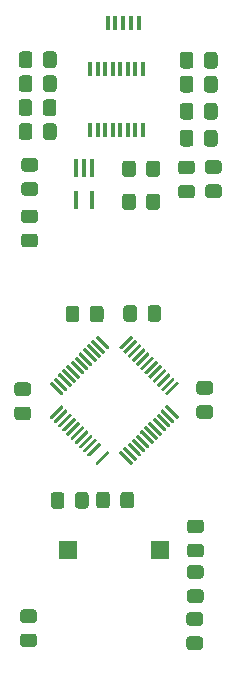
<source format=gbr>
%TF.GenerationSoftware,KiCad,Pcbnew,(5.1.6)-1*%
%TF.CreationDate,2021-02-04T14:06:32+01:00*%
%TF.ProjectId,DIY_Blackpill,4449595f-426c-4616-936b-70696c6c2e6b,rev?*%
%TF.SameCoordinates,Original*%
%TF.FileFunction,Paste,Top*%
%TF.FilePolarity,Positive*%
%FSLAX46Y46*%
G04 Gerber Fmt 4.6, Leading zero omitted, Abs format (unit mm)*
G04 Created by KiCad (PCBNEW (5.1.6)-1) date 2021-02-04 14:06:32*
%MOMM*%
%LPD*%
G01*
G04 APERTURE LIST*
%ADD10R,1.500000X1.500000*%
%ADD11R,0.450000X1.300000*%
%ADD12R,0.400000X1.200000*%
%ADD13R,0.400000X1.500000*%
G04 APERTURE END LIST*
D10*
%TO.C,SW1*%
X68670000Y-85852000D03*
X60870000Y-85852000D03*
%TD*%
%TO.C,C1*%
G36*
G01*
X59884000Y-47962399D02*
X59884000Y-48862401D01*
G75*
G02*
X59634001Y-49112400I-249999J0D01*
G01*
X58983999Y-49112400D01*
G75*
G02*
X58734000Y-48862401I0J249999D01*
G01*
X58734000Y-47962399D01*
G75*
G02*
X58983999Y-47712400I249999J0D01*
G01*
X59634001Y-47712400D01*
G75*
G02*
X59884000Y-47962399I0J-249999D01*
G01*
G37*
G36*
G01*
X57834000Y-47962399D02*
X57834000Y-48862401D01*
G75*
G02*
X57584001Y-49112400I-249999J0D01*
G01*
X56933999Y-49112400D01*
G75*
G02*
X56684000Y-48862401I0J249999D01*
G01*
X56684000Y-47962399D01*
G75*
G02*
X56933999Y-47712400I249999J0D01*
G01*
X57584001Y-47712400D01*
G75*
G02*
X57834000Y-47962399I0J-249999D01*
G01*
G37*
%TD*%
%TO.C,C2*%
G36*
G01*
X72878101Y-74755700D02*
X71978099Y-74755700D01*
G75*
G02*
X71728100Y-74505701I0J249999D01*
G01*
X71728100Y-73855699D01*
G75*
G02*
X71978099Y-73605700I249999J0D01*
G01*
X72878101Y-73605700D01*
G75*
G02*
X73128100Y-73855699I0J-249999D01*
G01*
X73128100Y-74505701D01*
G75*
G02*
X72878101Y-74755700I-249999J0D01*
G01*
G37*
G36*
G01*
X72878101Y-72705700D02*
X71978099Y-72705700D01*
G75*
G02*
X71728100Y-72455701I0J249999D01*
G01*
X71728100Y-71805699D01*
G75*
G02*
X71978099Y-71555700I249999J0D01*
G01*
X72878101Y-71555700D01*
G75*
G02*
X73128100Y-71805699I0J-249999D01*
G01*
X73128100Y-72455701D01*
G75*
G02*
X72878101Y-72705700I-249999J0D01*
G01*
G37*
%TD*%
%TO.C,C3*%
G36*
G01*
X70323800Y-46881201D02*
X70323800Y-45981199D01*
G75*
G02*
X70573799Y-45731200I249999J0D01*
G01*
X71223801Y-45731200D01*
G75*
G02*
X71473800Y-45981199I0J-249999D01*
G01*
X71473800Y-46881201D01*
G75*
G02*
X71223801Y-47131200I-249999J0D01*
G01*
X70573799Y-47131200D01*
G75*
G02*
X70323800Y-46881201I0J249999D01*
G01*
G37*
G36*
G01*
X72373800Y-46881201D02*
X72373800Y-45981199D01*
G75*
G02*
X72623799Y-45731200I249999J0D01*
G01*
X73273801Y-45731200D01*
G75*
G02*
X73523800Y-45981199I0J-249999D01*
G01*
X73523800Y-46881201D01*
G75*
G02*
X73273801Y-47131200I-249999J0D01*
G01*
X72623799Y-47131200D01*
G75*
G02*
X72373800Y-46881201I0J249999D01*
G01*
G37*
%TD*%
%TO.C,C4*%
G36*
G01*
X57852000Y-43898399D02*
X57852000Y-44798401D01*
G75*
G02*
X57602001Y-45048400I-249999J0D01*
G01*
X56951999Y-45048400D01*
G75*
G02*
X56702000Y-44798401I0J249999D01*
G01*
X56702000Y-43898399D01*
G75*
G02*
X56951999Y-43648400I249999J0D01*
G01*
X57602001Y-43648400D01*
G75*
G02*
X57852000Y-43898399I0J-249999D01*
G01*
G37*
G36*
G01*
X59902000Y-43898399D02*
X59902000Y-44798401D01*
G75*
G02*
X59652001Y-45048400I-249999J0D01*
G01*
X59001999Y-45048400D01*
G75*
G02*
X58752000Y-44798401I0J249999D01*
G01*
X58752000Y-43898399D01*
G75*
G02*
X59001999Y-43648400I249999J0D01*
G01*
X59652001Y-43648400D01*
G75*
G02*
X59902000Y-43898399I0J-249999D01*
G01*
G37*
%TD*%
%TO.C,C5*%
G36*
G01*
X72373800Y-51453201D02*
X72373800Y-50553199D01*
G75*
G02*
X72623799Y-50303200I249999J0D01*
G01*
X73273801Y-50303200D01*
G75*
G02*
X73523800Y-50553199I0J-249999D01*
G01*
X73523800Y-51453201D01*
G75*
G02*
X73273801Y-51703200I-249999J0D01*
G01*
X72623799Y-51703200D01*
G75*
G02*
X72373800Y-51453201I0J249999D01*
G01*
G37*
G36*
G01*
X70323800Y-51453201D02*
X70323800Y-50553199D01*
G75*
G02*
X70573799Y-50303200I249999J0D01*
G01*
X71223801Y-50303200D01*
G75*
G02*
X71473800Y-50553199I0J-249999D01*
G01*
X71473800Y-51453201D01*
G75*
G02*
X71223801Y-51703200I-249999J0D01*
G01*
X70573799Y-51703200D01*
G75*
G02*
X70323800Y-51453201I0J249999D01*
G01*
G37*
%TD*%
%TO.C,C6*%
G36*
G01*
X68748600Y-65386799D02*
X68748600Y-66286801D01*
G75*
G02*
X68498601Y-66536800I-249999J0D01*
G01*
X67848599Y-66536800D01*
G75*
G02*
X67598600Y-66286801I0J249999D01*
G01*
X67598600Y-65386799D01*
G75*
G02*
X67848599Y-65136800I249999J0D01*
G01*
X68498601Y-65136800D01*
G75*
G02*
X68748600Y-65386799I0J-249999D01*
G01*
G37*
G36*
G01*
X66698600Y-65386799D02*
X66698600Y-66286801D01*
G75*
G02*
X66448601Y-66536800I-249999J0D01*
G01*
X65798599Y-66536800D01*
G75*
G02*
X65548600Y-66286801I0J249999D01*
G01*
X65548600Y-65386799D01*
G75*
G02*
X65798599Y-65136800I249999J0D01*
G01*
X66448601Y-65136800D01*
G75*
G02*
X66698600Y-65386799I0J-249999D01*
G01*
G37*
%TD*%
%TO.C,C7*%
G36*
G01*
X59902000Y-45930399D02*
X59902000Y-46830401D01*
G75*
G02*
X59652001Y-47080400I-249999J0D01*
G01*
X59001999Y-47080400D01*
G75*
G02*
X58752000Y-46830401I0J249999D01*
G01*
X58752000Y-45930399D01*
G75*
G02*
X59001999Y-45680400I249999J0D01*
G01*
X59652001Y-45680400D01*
G75*
G02*
X59902000Y-45930399I0J-249999D01*
G01*
G37*
G36*
G01*
X57852000Y-45930399D02*
X57852000Y-46830401D01*
G75*
G02*
X57602001Y-47080400I-249999J0D01*
G01*
X56951999Y-47080400D01*
G75*
G02*
X56702000Y-46830401I0J249999D01*
G01*
X56702000Y-45930399D01*
G75*
G02*
X56951999Y-45680400I249999J0D01*
G01*
X57602001Y-45680400D01*
G75*
G02*
X57852000Y-45930399I0J-249999D01*
G01*
G37*
%TD*%
%TO.C,C8*%
G36*
G01*
X57473001Y-74870000D02*
X56572999Y-74870000D01*
G75*
G02*
X56323000Y-74620001I0J249999D01*
G01*
X56323000Y-73969999D01*
G75*
G02*
X56572999Y-73720000I249999J0D01*
G01*
X57473001Y-73720000D01*
G75*
G02*
X57723000Y-73969999I0J-249999D01*
G01*
X57723000Y-74620001D01*
G75*
G02*
X57473001Y-74870000I-249999J0D01*
G01*
G37*
G36*
G01*
X57473001Y-72820000D02*
X56572999Y-72820000D01*
G75*
G02*
X56323000Y-72570001I0J249999D01*
G01*
X56323000Y-71919999D01*
G75*
G02*
X56572999Y-71670000I249999J0D01*
G01*
X57473001Y-71670000D01*
G75*
G02*
X57723000Y-71919999I0J-249999D01*
G01*
X57723000Y-72570001D01*
G75*
G02*
X57473001Y-72820000I-249999J0D01*
G01*
G37*
%TD*%
%TO.C,C9*%
G36*
G01*
X57843000Y-49994399D02*
X57843000Y-50894401D01*
G75*
G02*
X57593001Y-51144400I-249999J0D01*
G01*
X56942999Y-51144400D01*
G75*
G02*
X56693000Y-50894401I0J249999D01*
G01*
X56693000Y-49994399D01*
G75*
G02*
X56942999Y-49744400I249999J0D01*
G01*
X57593001Y-49744400D01*
G75*
G02*
X57843000Y-49994399I0J-249999D01*
G01*
G37*
G36*
G01*
X59893000Y-49994399D02*
X59893000Y-50894401D01*
G75*
G02*
X59643001Y-51144400I-249999J0D01*
G01*
X58992999Y-51144400D01*
G75*
G02*
X58743000Y-50894401I0J249999D01*
G01*
X58743000Y-49994399D01*
G75*
G02*
X58992999Y-49744400I249999J0D01*
G01*
X59643001Y-49744400D01*
G75*
G02*
X59893000Y-49994399I0J-249999D01*
G01*
G37*
%TD*%
%TO.C,C10*%
G36*
G01*
X62721800Y-66337601D02*
X62721800Y-65437599D01*
G75*
G02*
X62971799Y-65187600I249999J0D01*
G01*
X63621801Y-65187600D01*
G75*
G02*
X63871800Y-65437599I0J-249999D01*
G01*
X63871800Y-66337601D01*
G75*
G02*
X63621801Y-66587600I-249999J0D01*
G01*
X62971799Y-66587600D01*
G75*
G02*
X62721800Y-66337601I0J249999D01*
G01*
G37*
G36*
G01*
X60671800Y-66337601D02*
X60671800Y-65437599D01*
G75*
G02*
X60921799Y-65187600I249999J0D01*
G01*
X61571801Y-65187600D01*
G75*
G02*
X61821800Y-65437599I0J-249999D01*
G01*
X61821800Y-66337601D01*
G75*
G02*
X61571801Y-66587600I-249999J0D01*
G01*
X60921799Y-66587600D01*
G75*
G02*
X60671800Y-66337601I0J249999D01*
G01*
G37*
%TD*%
%TO.C,C11*%
G36*
G01*
X66449900Y-81185599D02*
X66449900Y-82085601D01*
G75*
G02*
X66199901Y-82335600I-249999J0D01*
G01*
X65549899Y-82335600D01*
G75*
G02*
X65299900Y-82085601I0J249999D01*
G01*
X65299900Y-81185599D01*
G75*
G02*
X65549899Y-80935600I249999J0D01*
G01*
X66199901Y-80935600D01*
G75*
G02*
X66449900Y-81185599I0J-249999D01*
G01*
G37*
G36*
G01*
X64399900Y-81185599D02*
X64399900Y-82085601D01*
G75*
G02*
X64149901Y-82335600I-249999J0D01*
G01*
X63499899Y-82335600D01*
G75*
G02*
X63249900Y-82085601I0J249999D01*
G01*
X63249900Y-81185599D01*
G75*
G02*
X63499899Y-80935600I249999J0D01*
G01*
X64149901Y-80935600D01*
G75*
G02*
X64399900Y-81185599I0J-249999D01*
G01*
G37*
%TD*%
%TO.C,C12*%
G36*
G01*
X71190699Y-89206600D02*
X72090701Y-89206600D01*
G75*
G02*
X72340700Y-89456599I0J-249999D01*
G01*
X72340700Y-90106601D01*
G75*
G02*
X72090701Y-90356600I-249999J0D01*
G01*
X71190699Y-90356600D01*
G75*
G02*
X70940700Y-90106601I0J249999D01*
G01*
X70940700Y-89456599D01*
G75*
G02*
X71190699Y-89206600I249999J0D01*
G01*
G37*
G36*
G01*
X71190699Y-87156600D02*
X72090701Y-87156600D01*
G75*
G02*
X72340700Y-87406599I0J-249999D01*
G01*
X72340700Y-88056601D01*
G75*
G02*
X72090701Y-88306600I-249999J0D01*
G01*
X71190699Y-88306600D01*
G75*
G02*
X70940700Y-88056601I0J249999D01*
G01*
X70940700Y-87406599D01*
G75*
G02*
X71190699Y-87156600I249999J0D01*
G01*
G37*
%TD*%
%TO.C,C13*%
G36*
G01*
X66597000Y-53143999D02*
X66597000Y-54044001D01*
G75*
G02*
X66347001Y-54294000I-249999J0D01*
G01*
X65696999Y-54294000D01*
G75*
G02*
X65447000Y-54044001I0J249999D01*
G01*
X65447000Y-53143999D01*
G75*
G02*
X65696999Y-52894000I249999J0D01*
G01*
X66347001Y-52894000D01*
G75*
G02*
X66597000Y-53143999I0J-249999D01*
G01*
G37*
G36*
G01*
X68647000Y-53143999D02*
X68647000Y-54044001D01*
G75*
G02*
X68397001Y-54294000I-249999J0D01*
G01*
X67746999Y-54294000D01*
G75*
G02*
X67497000Y-54044001I0J249999D01*
G01*
X67497000Y-53143999D01*
G75*
G02*
X67746999Y-52894000I249999J0D01*
G01*
X68397001Y-52894000D01*
G75*
G02*
X68647000Y-53143999I0J-249999D01*
G01*
G37*
%TD*%
%TO.C,C14*%
G36*
G01*
X72039901Y-92285400D02*
X71139899Y-92285400D01*
G75*
G02*
X70889900Y-92035401I0J249999D01*
G01*
X70889900Y-91385399D01*
G75*
G02*
X71139899Y-91135400I249999J0D01*
G01*
X72039901Y-91135400D01*
G75*
G02*
X72289900Y-91385399I0J-249999D01*
G01*
X72289900Y-92035401D01*
G75*
G02*
X72039901Y-92285400I-249999J0D01*
G01*
G37*
G36*
G01*
X72039901Y-94335400D02*
X71139899Y-94335400D01*
G75*
G02*
X70889900Y-94085401I0J249999D01*
G01*
X70889900Y-93435399D01*
G75*
G02*
X71139899Y-93185400I249999J0D01*
G01*
X72039901Y-93185400D01*
G75*
G02*
X72289900Y-93435399I0J-249999D01*
G01*
X72289900Y-94085401D01*
G75*
G02*
X72039901Y-94335400I-249999J0D01*
G01*
G37*
%TD*%
%TO.C,C15*%
G36*
G01*
X57968301Y-94085100D02*
X57068299Y-94085100D01*
G75*
G02*
X56818300Y-93835101I0J249999D01*
G01*
X56818300Y-93185099D01*
G75*
G02*
X57068299Y-92935100I249999J0D01*
G01*
X57968301Y-92935100D01*
G75*
G02*
X58218300Y-93185099I0J-249999D01*
G01*
X58218300Y-93835101D01*
G75*
G02*
X57968301Y-94085100I-249999J0D01*
G01*
G37*
G36*
G01*
X57968301Y-92035100D02*
X57068299Y-92035100D01*
G75*
G02*
X56818300Y-91785101I0J249999D01*
G01*
X56818300Y-91135099D01*
G75*
G02*
X57068299Y-90885100I249999J0D01*
G01*
X57968301Y-90885100D01*
G75*
G02*
X58218300Y-91135099I0J-249999D01*
G01*
X58218300Y-91785101D01*
G75*
G02*
X57968301Y-92035100I-249999J0D01*
G01*
G37*
%TD*%
%TO.C,C16*%
G36*
G01*
X68647000Y-55937999D02*
X68647000Y-56838001D01*
G75*
G02*
X68397001Y-57088000I-249999J0D01*
G01*
X67746999Y-57088000D01*
G75*
G02*
X67497000Y-56838001I0J249999D01*
G01*
X67497000Y-55937999D01*
G75*
G02*
X67746999Y-55688000I249999J0D01*
G01*
X68397001Y-55688000D01*
G75*
G02*
X68647000Y-55937999I0J-249999D01*
G01*
G37*
G36*
G01*
X66597000Y-55937999D02*
X66597000Y-56838001D01*
G75*
G02*
X66347001Y-57088000I-249999J0D01*
G01*
X65696999Y-57088000D01*
G75*
G02*
X65447000Y-56838001I0J249999D01*
G01*
X65447000Y-55937999D01*
G75*
G02*
X65696999Y-55688000I249999J0D01*
G01*
X66347001Y-55688000D01*
G75*
G02*
X66597000Y-55937999I0J-249999D01*
G01*
G37*
%TD*%
%TO.C,D1*%
G36*
G01*
X57144499Y-59085900D02*
X58044501Y-59085900D01*
G75*
G02*
X58294500Y-59335899I0J-249999D01*
G01*
X58294500Y-59985901D01*
G75*
G02*
X58044501Y-60235900I-249999J0D01*
G01*
X57144499Y-60235900D01*
G75*
G02*
X56894500Y-59985901I0J249999D01*
G01*
X56894500Y-59335899D01*
G75*
G02*
X57144499Y-59085900I249999J0D01*
G01*
G37*
G36*
G01*
X57144499Y-57035900D02*
X58044501Y-57035900D01*
G75*
G02*
X58294500Y-57285899I0J-249999D01*
G01*
X58294500Y-57935901D01*
G75*
G02*
X58044501Y-58185900I-249999J0D01*
G01*
X57144499Y-58185900D01*
G75*
G02*
X56894500Y-57935901I0J249999D01*
G01*
X56894500Y-57285899D01*
G75*
G02*
X57144499Y-57035900I249999J0D01*
G01*
G37*
%TD*%
%TO.C,D2*%
G36*
G01*
X71341401Y-56095700D02*
X70441399Y-56095700D01*
G75*
G02*
X70191400Y-55845701I0J249999D01*
G01*
X70191400Y-55195699D01*
G75*
G02*
X70441399Y-54945700I249999J0D01*
G01*
X71341401Y-54945700D01*
G75*
G02*
X71591400Y-55195699I0J-249999D01*
G01*
X71591400Y-55845701D01*
G75*
G02*
X71341401Y-56095700I-249999J0D01*
G01*
G37*
G36*
G01*
X71341401Y-54045700D02*
X70441399Y-54045700D01*
G75*
G02*
X70191400Y-53795701I0J249999D01*
G01*
X70191400Y-53145699D01*
G75*
G02*
X70441399Y-52895700I249999J0D01*
G01*
X71341401Y-52895700D01*
G75*
G02*
X71591400Y-53145699I0J-249999D01*
G01*
X71591400Y-53795701D01*
G75*
G02*
X71341401Y-54045700I-249999J0D01*
G01*
G37*
%TD*%
D11*
%TO.C,J3*%
X66832000Y-41270000D03*
X66182000Y-41270000D03*
X65532000Y-41270000D03*
X64882000Y-41270000D03*
X64232000Y-41270000D03*
%TD*%
%TO.C,R1*%
G36*
G01*
X73523800Y-43949199D02*
X73523800Y-44849201D01*
G75*
G02*
X73273801Y-45099200I-249999J0D01*
G01*
X72623799Y-45099200D01*
G75*
G02*
X72373800Y-44849201I0J249999D01*
G01*
X72373800Y-43949199D01*
G75*
G02*
X72623799Y-43699200I249999J0D01*
G01*
X73273801Y-43699200D01*
G75*
G02*
X73523800Y-43949199I0J-249999D01*
G01*
G37*
G36*
G01*
X71473800Y-43949199D02*
X71473800Y-44849201D01*
G75*
G02*
X71223801Y-45099200I-249999J0D01*
G01*
X70573799Y-45099200D01*
G75*
G02*
X70323800Y-44849201I0J249999D01*
G01*
X70323800Y-43949199D01*
G75*
G02*
X70573799Y-43699200I249999J0D01*
G01*
X71223801Y-43699200D01*
G75*
G02*
X71473800Y-43949199I0J-249999D01*
G01*
G37*
%TD*%
%TO.C,R2*%
G36*
G01*
X71482800Y-48267199D02*
X71482800Y-49167201D01*
G75*
G02*
X71232801Y-49417200I-249999J0D01*
G01*
X70582799Y-49417200D01*
G75*
G02*
X70332800Y-49167201I0J249999D01*
G01*
X70332800Y-48267199D01*
G75*
G02*
X70582799Y-48017200I249999J0D01*
G01*
X71232801Y-48017200D01*
G75*
G02*
X71482800Y-48267199I0J-249999D01*
G01*
G37*
G36*
G01*
X73532800Y-48267199D02*
X73532800Y-49167201D01*
G75*
G02*
X73282801Y-49417200I-249999J0D01*
G01*
X72632799Y-49417200D01*
G75*
G02*
X72382800Y-49167201I0J249999D01*
G01*
X72382800Y-48267199D01*
G75*
G02*
X72632799Y-48017200I249999J0D01*
G01*
X73282801Y-48017200D01*
G75*
G02*
X73532800Y-48267199I0J-249999D01*
G01*
G37*
%TD*%
%TO.C,R3*%
G36*
G01*
X57169899Y-52679800D02*
X58069901Y-52679800D01*
G75*
G02*
X58319900Y-52929799I0J-249999D01*
G01*
X58319900Y-53579801D01*
G75*
G02*
X58069901Y-53829800I-249999J0D01*
G01*
X57169899Y-53829800D01*
G75*
G02*
X56919900Y-53579801I0J249999D01*
G01*
X56919900Y-52929799D01*
G75*
G02*
X57169899Y-52679800I249999J0D01*
G01*
G37*
G36*
G01*
X57169899Y-54729800D02*
X58069901Y-54729800D01*
G75*
G02*
X58319900Y-54979799I0J-249999D01*
G01*
X58319900Y-55629801D01*
G75*
G02*
X58069901Y-55879800I-249999J0D01*
G01*
X57169899Y-55879800D01*
G75*
G02*
X56919900Y-55629801I0J249999D01*
G01*
X56919900Y-54979799D01*
G75*
G02*
X57169899Y-54729800I249999J0D01*
G01*
G37*
%TD*%
%TO.C,R4*%
G36*
G01*
X72727399Y-54911300D02*
X73627401Y-54911300D01*
G75*
G02*
X73877400Y-55161299I0J-249999D01*
G01*
X73877400Y-55811301D01*
G75*
G02*
X73627401Y-56061300I-249999J0D01*
G01*
X72727399Y-56061300D01*
G75*
G02*
X72477400Y-55811301I0J249999D01*
G01*
X72477400Y-55161299D01*
G75*
G02*
X72727399Y-54911300I249999J0D01*
G01*
G37*
G36*
G01*
X72727399Y-52861300D02*
X73627401Y-52861300D01*
G75*
G02*
X73877400Y-53111299I0J-249999D01*
G01*
X73877400Y-53761301D01*
G75*
G02*
X73627401Y-54011300I-249999J0D01*
G01*
X72727399Y-54011300D01*
G75*
G02*
X72477400Y-53761301I0J249999D01*
G01*
X72477400Y-53111299D01*
G75*
G02*
X72727399Y-52861300I249999J0D01*
G01*
G37*
%TD*%
%TO.C,R5*%
G36*
G01*
X72103401Y-86490500D02*
X71203399Y-86490500D01*
G75*
G02*
X70953400Y-86240501I0J249999D01*
G01*
X70953400Y-85590499D01*
G75*
G02*
X71203399Y-85340500I249999J0D01*
G01*
X72103401Y-85340500D01*
G75*
G02*
X72353400Y-85590499I0J-249999D01*
G01*
X72353400Y-86240501D01*
G75*
G02*
X72103401Y-86490500I-249999J0D01*
G01*
G37*
G36*
G01*
X72103401Y-84440500D02*
X71203399Y-84440500D01*
G75*
G02*
X70953400Y-84190501I0J249999D01*
G01*
X70953400Y-83540499D01*
G75*
G02*
X71203399Y-83290500I249999J0D01*
G01*
X72103401Y-83290500D01*
G75*
G02*
X72353400Y-83540499I0J-249999D01*
G01*
X72353400Y-84190501D01*
G75*
G02*
X72103401Y-84440500I-249999J0D01*
G01*
G37*
%TD*%
%TO.C,R6*%
G36*
G01*
X61457100Y-82111001D02*
X61457100Y-81210999D01*
G75*
G02*
X61707099Y-80961000I249999J0D01*
G01*
X62357101Y-80961000D01*
G75*
G02*
X62607100Y-81210999I0J-249999D01*
G01*
X62607100Y-82111001D01*
G75*
G02*
X62357101Y-82361000I-249999J0D01*
G01*
X61707099Y-82361000D01*
G75*
G02*
X61457100Y-82111001I0J249999D01*
G01*
G37*
G36*
G01*
X59407100Y-82111001D02*
X59407100Y-81210999D01*
G75*
G02*
X59657099Y-80961000I249999J0D01*
G01*
X60307101Y-80961000D01*
G75*
G02*
X60557100Y-81210999I0J-249999D01*
G01*
X60557100Y-82111001D01*
G75*
G02*
X60307101Y-82361000I-249999J0D01*
G01*
X59657099Y-82361000D01*
G75*
G02*
X59407100Y-82111001I0J249999D01*
G01*
G37*
%TD*%
%TO.C,U1*%
G36*
G01*
X65194264Y-68664516D02*
X66131180Y-67727600D01*
G75*
G02*
X66237246Y-67727600I53033J-53033D01*
G01*
X66343312Y-67833666D01*
G75*
G02*
X66343312Y-67939732I-53033J-53033D01*
G01*
X65406396Y-68876648D01*
G75*
G02*
X65300330Y-68876648I-53033J53033D01*
G01*
X65194264Y-68770582D01*
G75*
G02*
X65194264Y-68664516I53033J53033D01*
G01*
G37*
G36*
G01*
X65547818Y-69018070D02*
X66484734Y-68081154D01*
G75*
G02*
X66590800Y-68081154I53033J-53033D01*
G01*
X66696866Y-68187220D01*
G75*
G02*
X66696866Y-68293286I-53033J-53033D01*
G01*
X65759950Y-69230202D01*
G75*
G02*
X65653884Y-69230202I-53033J53033D01*
G01*
X65547818Y-69124136D01*
G75*
G02*
X65547818Y-69018070I53033J53033D01*
G01*
G37*
G36*
G01*
X65901371Y-69371623D02*
X66838287Y-68434707D01*
G75*
G02*
X66944353Y-68434707I53033J-53033D01*
G01*
X67050419Y-68540773D01*
G75*
G02*
X67050419Y-68646839I-53033J-53033D01*
G01*
X66113503Y-69583755D01*
G75*
G02*
X66007437Y-69583755I-53033J53033D01*
G01*
X65901371Y-69477689D01*
G75*
G02*
X65901371Y-69371623I53033J53033D01*
G01*
G37*
G36*
G01*
X66254925Y-69725177D02*
X67191841Y-68788261D01*
G75*
G02*
X67297907Y-68788261I53033J-53033D01*
G01*
X67403973Y-68894327D01*
G75*
G02*
X67403973Y-69000393I-53033J-53033D01*
G01*
X66467057Y-69937309D01*
G75*
G02*
X66360991Y-69937309I-53033J53033D01*
G01*
X66254925Y-69831243D01*
G75*
G02*
X66254925Y-69725177I53033J53033D01*
G01*
G37*
G36*
G01*
X66608478Y-70078730D02*
X67545394Y-69141814D01*
G75*
G02*
X67651460Y-69141814I53033J-53033D01*
G01*
X67757526Y-69247880D01*
G75*
G02*
X67757526Y-69353946I-53033J-53033D01*
G01*
X66820610Y-70290862D01*
G75*
G02*
X66714544Y-70290862I-53033J53033D01*
G01*
X66608478Y-70184796D01*
G75*
G02*
X66608478Y-70078730I53033J53033D01*
G01*
G37*
G36*
G01*
X66962031Y-70432283D02*
X67898947Y-69495367D01*
G75*
G02*
X68005013Y-69495367I53033J-53033D01*
G01*
X68111079Y-69601433D01*
G75*
G02*
X68111079Y-69707499I-53033J-53033D01*
G01*
X67174163Y-70644415D01*
G75*
G02*
X67068097Y-70644415I-53033J53033D01*
G01*
X66962031Y-70538349D01*
G75*
G02*
X66962031Y-70432283I53033J53033D01*
G01*
G37*
G36*
G01*
X67315585Y-70785837D02*
X68252501Y-69848921D01*
G75*
G02*
X68358567Y-69848921I53033J-53033D01*
G01*
X68464633Y-69954987D01*
G75*
G02*
X68464633Y-70061053I-53033J-53033D01*
G01*
X67527717Y-70997969D01*
G75*
G02*
X67421651Y-70997969I-53033J53033D01*
G01*
X67315585Y-70891903D01*
G75*
G02*
X67315585Y-70785837I53033J53033D01*
G01*
G37*
G36*
G01*
X67669138Y-71139390D02*
X68606054Y-70202474D01*
G75*
G02*
X68712120Y-70202474I53033J-53033D01*
G01*
X68818186Y-70308540D01*
G75*
G02*
X68818186Y-70414606I-53033J-53033D01*
G01*
X67881270Y-71351522D01*
G75*
G02*
X67775204Y-71351522I-53033J53033D01*
G01*
X67669138Y-71245456D01*
G75*
G02*
X67669138Y-71139390I53033J53033D01*
G01*
G37*
G36*
G01*
X68022691Y-71492943D02*
X68959607Y-70556027D01*
G75*
G02*
X69065673Y-70556027I53033J-53033D01*
G01*
X69171739Y-70662093D01*
G75*
G02*
X69171739Y-70768159I-53033J-53033D01*
G01*
X68234823Y-71705075D01*
G75*
G02*
X68128757Y-71705075I-53033J53033D01*
G01*
X68022691Y-71599009D01*
G75*
G02*
X68022691Y-71492943I53033J53033D01*
G01*
G37*
G36*
G01*
X68376245Y-71846497D02*
X69313161Y-70909581D01*
G75*
G02*
X69419227Y-70909581I53033J-53033D01*
G01*
X69525293Y-71015647D01*
G75*
G02*
X69525293Y-71121713I-53033J-53033D01*
G01*
X68588377Y-72058629D01*
G75*
G02*
X68482311Y-72058629I-53033J53033D01*
G01*
X68376245Y-71952563D01*
G75*
G02*
X68376245Y-71846497I53033J53033D01*
G01*
G37*
G36*
G01*
X68729798Y-72200050D02*
X69666714Y-71263134D01*
G75*
G02*
X69772780Y-71263134I53033J-53033D01*
G01*
X69878846Y-71369200D01*
G75*
G02*
X69878846Y-71475266I-53033J-53033D01*
G01*
X68941930Y-72412182D01*
G75*
G02*
X68835864Y-72412182I-53033J53033D01*
G01*
X68729798Y-72306116D01*
G75*
G02*
X68729798Y-72200050I53033J53033D01*
G01*
G37*
G36*
G01*
X69083352Y-72553604D02*
X70020268Y-71616688D01*
G75*
G02*
X70126334Y-71616688I53033J-53033D01*
G01*
X70232400Y-71722754D01*
G75*
G02*
X70232400Y-71828820I-53033J-53033D01*
G01*
X69295484Y-72765736D01*
G75*
G02*
X69189418Y-72765736I-53033J53033D01*
G01*
X69083352Y-72659670D01*
G75*
G02*
X69083352Y-72553604I53033J53033D01*
G01*
G37*
G36*
G01*
X69083352Y-73720330D02*
X69189418Y-73614264D01*
G75*
G02*
X69295484Y-73614264I53033J-53033D01*
G01*
X70232400Y-74551180D01*
G75*
G02*
X70232400Y-74657246I-53033J-53033D01*
G01*
X70126334Y-74763312D01*
G75*
G02*
X70020268Y-74763312I-53033J53033D01*
G01*
X69083352Y-73826396D01*
G75*
G02*
X69083352Y-73720330I53033J53033D01*
G01*
G37*
G36*
G01*
X68729798Y-74073884D02*
X68835864Y-73967818D01*
G75*
G02*
X68941930Y-73967818I53033J-53033D01*
G01*
X69878846Y-74904734D01*
G75*
G02*
X69878846Y-75010800I-53033J-53033D01*
G01*
X69772780Y-75116866D01*
G75*
G02*
X69666714Y-75116866I-53033J53033D01*
G01*
X68729798Y-74179950D01*
G75*
G02*
X68729798Y-74073884I53033J53033D01*
G01*
G37*
G36*
G01*
X68376245Y-74427437D02*
X68482311Y-74321371D01*
G75*
G02*
X68588377Y-74321371I53033J-53033D01*
G01*
X69525293Y-75258287D01*
G75*
G02*
X69525293Y-75364353I-53033J-53033D01*
G01*
X69419227Y-75470419D01*
G75*
G02*
X69313161Y-75470419I-53033J53033D01*
G01*
X68376245Y-74533503D01*
G75*
G02*
X68376245Y-74427437I53033J53033D01*
G01*
G37*
G36*
G01*
X68022691Y-74780991D02*
X68128757Y-74674925D01*
G75*
G02*
X68234823Y-74674925I53033J-53033D01*
G01*
X69171739Y-75611841D01*
G75*
G02*
X69171739Y-75717907I-53033J-53033D01*
G01*
X69065673Y-75823973D01*
G75*
G02*
X68959607Y-75823973I-53033J53033D01*
G01*
X68022691Y-74887057D01*
G75*
G02*
X68022691Y-74780991I53033J53033D01*
G01*
G37*
G36*
G01*
X67669138Y-75134544D02*
X67775204Y-75028478D01*
G75*
G02*
X67881270Y-75028478I53033J-53033D01*
G01*
X68818186Y-75965394D01*
G75*
G02*
X68818186Y-76071460I-53033J-53033D01*
G01*
X68712120Y-76177526D01*
G75*
G02*
X68606054Y-76177526I-53033J53033D01*
G01*
X67669138Y-75240610D01*
G75*
G02*
X67669138Y-75134544I53033J53033D01*
G01*
G37*
G36*
G01*
X67315585Y-75488097D02*
X67421651Y-75382031D01*
G75*
G02*
X67527717Y-75382031I53033J-53033D01*
G01*
X68464633Y-76318947D01*
G75*
G02*
X68464633Y-76425013I-53033J-53033D01*
G01*
X68358567Y-76531079D01*
G75*
G02*
X68252501Y-76531079I-53033J53033D01*
G01*
X67315585Y-75594163D01*
G75*
G02*
X67315585Y-75488097I53033J53033D01*
G01*
G37*
G36*
G01*
X66962031Y-75841651D02*
X67068097Y-75735585D01*
G75*
G02*
X67174163Y-75735585I53033J-53033D01*
G01*
X68111079Y-76672501D01*
G75*
G02*
X68111079Y-76778567I-53033J-53033D01*
G01*
X68005013Y-76884633D01*
G75*
G02*
X67898947Y-76884633I-53033J53033D01*
G01*
X66962031Y-75947717D01*
G75*
G02*
X66962031Y-75841651I53033J53033D01*
G01*
G37*
G36*
G01*
X66608478Y-76195204D02*
X66714544Y-76089138D01*
G75*
G02*
X66820610Y-76089138I53033J-53033D01*
G01*
X67757526Y-77026054D01*
G75*
G02*
X67757526Y-77132120I-53033J-53033D01*
G01*
X67651460Y-77238186D01*
G75*
G02*
X67545394Y-77238186I-53033J53033D01*
G01*
X66608478Y-76301270D01*
G75*
G02*
X66608478Y-76195204I53033J53033D01*
G01*
G37*
G36*
G01*
X66254925Y-76548757D02*
X66360991Y-76442691D01*
G75*
G02*
X66467057Y-76442691I53033J-53033D01*
G01*
X67403973Y-77379607D01*
G75*
G02*
X67403973Y-77485673I-53033J-53033D01*
G01*
X67297907Y-77591739D01*
G75*
G02*
X67191841Y-77591739I-53033J53033D01*
G01*
X66254925Y-76654823D01*
G75*
G02*
X66254925Y-76548757I53033J53033D01*
G01*
G37*
G36*
G01*
X65901371Y-76902311D02*
X66007437Y-76796245D01*
G75*
G02*
X66113503Y-76796245I53033J-53033D01*
G01*
X67050419Y-77733161D01*
G75*
G02*
X67050419Y-77839227I-53033J-53033D01*
G01*
X66944353Y-77945293D01*
G75*
G02*
X66838287Y-77945293I-53033J53033D01*
G01*
X65901371Y-77008377D01*
G75*
G02*
X65901371Y-76902311I53033J53033D01*
G01*
G37*
G36*
G01*
X65547818Y-77255864D02*
X65653884Y-77149798D01*
G75*
G02*
X65759950Y-77149798I53033J-53033D01*
G01*
X66696866Y-78086714D01*
G75*
G02*
X66696866Y-78192780I-53033J-53033D01*
G01*
X66590800Y-78298846D01*
G75*
G02*
X66484734Y-78298846I-53033J53033D01*
G01*
X65547818Y-77361930D01*
G75*
G02*
X65547818Y-77255864I53033J53033D01*
G01*
G37*
G36*
G01*
X65194264Y-77609418D02*
X65300330Y-77503352D01*
G75*
G02*
X65406396Y-77503352I53033J-53033D01*
G01*
X66343312Y-78440268D01*
G75*
G02*
X66343312Y-78546334I-53033J-53033D01*
G01*
X66237246Y-78652400D01*
G75*
G02*
X66131180Y-78652400I-53033J53033D01*
G01*
X65194264Y-77715484D01*
G75*
G02*
X65194264Y-77609418I53033J53033D01*
G01*
G37*
G36*
G01*
X63196688Y-78440268D02*
X64133604Y-77503352D01*
G75*
G02*
X64239670Y-77503352I53033J-53033D01*
G01*
X64345736Y-77609418D01*
G75*
G02*
X64345736Y-77715484I-53033J-53033D01*
G01*
X63408820Y-78652400D01*
G75*
G02*
X63302754Y-78652400I-53033J53033D01*
G01*
X63196688Y-78546334D01*
G75*
G02*
X63196688Y-78440268I53033J53033D01*
G01*
G37*
G36*
G01*
X62489581Y-77733161D02*
X63426497Y-76796245D01*
G75*
G02*
X63532563Y-76796245I53033J-53033D01*
G01*
X63638629Y-76902311D01*
G75*
G02*
X63638629Y-77008377I-53033J-53033D01*
G01*
X62701713Y-77945293D01*
G75*
G02*
X62595647Y-77945293I-53033J53033D01*
G01*
X62489581Y-77839227D01*
G75*
G02*
X62489581Y-77733161I53033J53033D01*
G01*
G37*
G36*
G01*
X62136027Y-77379607D02*
X63072943Y-76442691D01*
G75*
G02*
X63179009Y-76442691I53033J-53033D01*
G01*
X63285075Y-76548757D01*
G75*
G02*
X63285075Y-76654823I-53033J-53033D01*
G01*
X62348159Y-77591739D01*
G75*
G02*
X62242093Y-77591739I-53033J53033D01*
G01*
X62136027Y-77485673D01*
G75*
G02*
X62136027Y-77379607I53033J53033D01*
G01*
G37*
G36*
G01*
X61782474Y-77026054D02*
X62719390Y-76089138D01*
G75*
G02*
X62825456Y-76089138I53033J-53033D01*
G01*
X62931522Y-76195204D01*
G75*
G02*
X62931522Y-76301270I-53033J-53033D01*
G01*
X61994606Y-77238186D01*
G75*
G02*
X61888540Y-77238186I-53033J53033D01*
G01*
X61782474Y-77132120D01*
G75*
G02*
X61782474Y-77026054I53033J53033D01*
G01*
G37*
G36*
G01*
X61428921Y-76672501D02*
X62365837Y-75735585D01*
G75*
G02*
X62471903Y-75735585I53033J-53033D01*
G01*
X62577969Y-75841651D01*
G75*
G02*
X62577969Y-75947717I-53033J-53033D01*
G01*
X61641053Y-76884633D01*
G75*
G02*
X61534987Y-76884633I-53033J53033D01*
G01*
X61428921Y-76778567D01*
G75*
G02*
X61428921Y-76672501I53033J53033D01*
G01*
G37*
G36*
G01*
X61075367Y-76318947D02*
X62012283Y-75382031D01*
G75*
G02*
X62118349Y-75382031I53033J-53033D01*
G01*
X62224415Y-75488097D01*
G75*
G02*
X62224415Y-75594163I-53033J-53033D01*
G01*
X61287499Y-76531079D01*
G75*
G02*
X61181433Y-76531079I-53033J53033D01*
G01*
X61075367Y-76425013D01*
G75*
G02*
X61075367Y-76318947I53033J53033D01*
G01*
G37*
G36*
G01*
X60721814Y-75965394D02*
X61658730Y-75028478D01*
G75*
G02*
X61764796Y-75028478I53033J-53033D01*
G01*
X61870862Y-75134544D01*
G75*
G02*
X61870862Y-75240610I-53033J-53033D01*
G01*
X60933946Y-76177526D01*
G75*
G02*
X60827880Y-76177526I-53033J53033D01*
G01*
X60721814Y-76071460D01*
G75*
G02*
X60721814Y-75965394I53033J53033D01*
G01*
G37*
G36*
G01*
X60368261Y-75611841D02*
X61305177Y-74674925D01*
G75*
G02*
X61411243Y-74674925I53033J-53033D01*
G01*
X61517309Y-74780991D01*
G75*
G02*
X61517309Y-74887057I-53033J-53033D01*
G01*
X60580393Y-75823973D01*
G75*
G02*
X60474327Y-75823973I-53033J53033D01*
G01*
X60368261Y-75717907D01*
G75*
G02*
X60368261Y-75611841I53033J53033D01*
G01*
G37*
G36*
G01*
X60014707Y-75258287D02*
X60951623Y-74321371D01*
G75*
G02*
X61057689Y-74321371I53033J-53033D01*
G01*
X61163755Y-74427437D01*
G75*
G02*
X61163755Y-74533503I-53033J-53033D01*
G01*
X60226839Y-75470419D01*
G75*
G02*
X60120773Y-75470419I-53033J53033D01*
G01*
X60014707Y-75364353D01*
G75*
G02*
X60014707Y-75258287I53033J53033D01*
G01*
G37*
G36*
G01*
X59661154Y-74904734D02*
X60598070Y-73967818D01*
G75*
G02*
X60704136Y-73967818I53033J-53033D01*
G01*
X60810202Y-74073884D01*
G75*
G02*
X60810202Y-74179950I-53033J-53033D01*
G01*
X59873286Y-75116866D01*
G75*
G02*
X59767220Y-75116866I-53033J53033D01*
G01*
X59661154Y-75010800D01*
G75*
G02*
X59661154Y-74904734I53033J53033D01*
G01*
G37*
G36*
G01*
X59307600Y-74551180D02*
X60244516Y-73614264D01*
G75*
G02*
X60350582Y-73614264I53033J-53033D01*
G01*
X60456648Y-73720330D01*
G75*
G02*
X60456648Y-73826396I-53033J-53033D01*
G01*
X59519732Y-74763312D01*
G75*
G02*
X59413666Y-74763312I-53033J53033D01*
G01*
X59307600Y-74657246D01*
G75*
G02*
X59307600Y-74551180I53033J53033D01*
G01*
G37*
G36*
G01*
X59307600Y-71722754D02*
X59413666Y-71616688D01*
G75*
G02*
X59519732Y-71616688I53033J-53033D01*
G01*
X60456648Y-72553604D01*
G75*
G02*
X60456648Y-72659670I-53033J-53033D01*
G01*
X60350582Y-72765736D01*
G75*
G02*
X60244516Y-72765736I-53033J53033D01*
G01*
X59307600Y-71828820D01*
G75*
G02*
X59307600Y-71722754I53033J53033D01*
G01*
G37*
G36*
G01*
X59661154Y-71369200D02*
X59767220Y-71263134D01*
G75*
G02*
X59873286Y-71263134I53033J-53033D01*
G01*
X60810202Y-72200050D01*
G75*
G02*
X60810202Y-72306116I-53033J-53033D01*
G01*
X60704136Y-72412182D01*
G75*
G02*
X60598070Y-72412182I-53033J53033D01*
G01*
X59661154Y-71475266D01*
G75*
G02*
X59661154Y-71369200I53033J53033D01*
G01*
G37*
G36*
G01*
X60014707Y-71015647D02*
X60120773Y-70909581D01*
G75*
G02*
X60226839Y-70909581I53033J-53033D01*
G01*
X61163755Y-71846497D01*
G75*
G02*
X61163755Y-71952563I-53033J-53033D01*
G01*
X61057689Y-72058629D01*
G75*
G02*
X60951623Y-72058629I-53033J53033D01*
G01*
X60014707Y-71121713D01*
G75*
G02*
X60014707Y-71015647I53033J53033D01*
G01*
G37*
G36*
G01*
X60368261Y-70662093D02*
X60474327Y-70556027D01*
G75*
G02*
X60580393Y-70556027I53033J-53033D01*
G01*
X61517309Y-71492943D01*
G75*
G02*
X61517309Y-71599009I-53033J-53033D01*
G01*
X61411243Y-71705075D01*
G75*
G02*
X61305177Y-71705075I-53033J53033D01*
G01*
X60368261Y-70768159D01*
G75*
G02*
X60368261Y-70662093I53033J53033D01*
G01*
G37*
G36*
G01*
X60721814Y-70308540D02*
X60827880Y-70202474D01*
G75*
G02*
X60933946Y-70202474I53033J-53033D01*
G01*
X61870862Y-71139390D01*
G75*
G02*
X61870862Y-71245456I-53033J-53033D01*
G01*
X61764796Y-71351522D01*
G75*
G02*
X61658730Y-71351522I-53033J53033D01*
G01*
X60721814Y-70414606D01*
G75*
G02*
X60721814Y-70308540I53033J53033D01*
G01*
G37*
G36*
G01*
X61075367Y-69954987D02*
X61181433Y-69848921D01*
G75*
G02*
X61287499Y-69848921I53033J-53033D01*
G01*
X62224415Y-70785837D01*
G75*
G02*
X62224415Y-70891903I-53033J-53033D01*
G01*
X62118349Y-70997969D01*
G75*
G02*
X62012283Y-70997969I-53033J53033D01*
G01*
X61075367Y-70061053D01*
G75*
G02*
X61075367Y-69954987I53033J53033D01*
G01*
G37*
G36*
G01*
X61428921Y-69601433D02*
X61534987Y-69495367D01*
G75*
G02*
X61641053Y-69495367I53033J-53033D01*
G01*
X62577969Y-70432283D01*
G75*
G02*
X62577969Y-70538349I-53033J-53033D01*
G01*
X62471903Y-70644415D01*
G75*
G02*
X62365837Y-70644415I-53033J53033D01*
G01*
X61428921Y-69707499D01*
G75*
G02*
X61428921Y-69601433I53033J53033D01*
G01*
G37*
G36*
G01*
X61782474Y-69247880D02*
X61888540Y-69141814D01*
G75*
G02*
X61994606Y-69141814I53033J-53033D01*
G01*
X62931522Y-70078730D01*
G75*
G02*
X62931522Y-70184796I-53033J-53033D01*
G01*
X62825456Y-70290862D01*
G75*
G02*
X62719390Y-70290862I-53033J53033D01*
G01*
X61782474Y-69353946D01*
G75*
G02*
X61782474Y-69247880I53033J53033D01*
G01*
G37*
G36*
G01*
X62136027Y-68894327D02*
X62242093Y-68788261D01*
G75*
G02*
X62348159Y-68788261I53033J-53033D01*
G01*
X63285075Y-69725177D01*
G75*
G02*
X63285075Y-69831243I-53033J-53033D01*
G01*
X63179009Y-69937309D01*
G75*
G02*
X63072943Y-69937309I-53033J53033D01*
G01*
X62136027Y-69000393D01*
G75*
G02*
X62136027Y-68894327I53033J53033D01*
G01*
G37*
G36*
G01*
X62489581Y-68540773D02*
X62595647Y-68434707D01*
G75*
G02*
X62701713Y-68434707I53033J-53033D01*
G01*
X63638629Y-69371623D01*
G75*
G02*
X63638629Y-69477689I-53033J-53033D01*
G01*
X63532563Y-69583755D01*
G75*
G02*
X63426497Y-69583755I-53033J53033D01*
G01*
X62489581Y-68646839D01*
G75*
G02*
X62489581Y-68540773I53033J53033D01*
G01*
G37*
G36*
G01*
X62843134Y-68187220D02*
X62949200Y-68081154D01*
G75*
G02*
X63055266Y-68081154I53033J-53033D01*
G01*
X63992182Y-69018070D01*
G75*
G02*
X63992182Y-69124136I-53033J-53033D01*
G01*
X63886116Y-69230202D01*
G75*
G02*
X63780050Y-69230202I-53033J53033D01*
G01*
X62843134Y-68293286D01*
G75*
G02*
X62843134Y-68187220I53033J53033D01*
G01*
G37*
G36*
G01*
X63196688Y-67833666D02*
X63302754Y-67727600D01*
G75*
G02*
X63408820Y-67727600I53033J-53033D01*
G01*
X64345736Y-68664516D01*
G75*
G02*
X64345736Y-68770582I-53033J-53033D01*
G01*
X64239670Y-68876648D01*
G75*
G02*
X64133604Y-68876648I-53033J53033D01*
G01*
X63196688Y-67939732D01*
G75*
G02*
X63196688Y-67833666I53033J53033D01*
G01*
G37*
%TD*%
D12*
%TO.C,U2*%
X62750700Y-50326600D03*
X63385700Y-50326600D03*
X64020700Y-50326600D03*
X64655700Y-50326600D03*
X65290700Y-50326600D03*
X65925700Y-50326600D03*
X66560700Y-50326600D03*
X67195700Y-50326600D03*
X67195700Y-45126600D03*
X66560700Y-45126600D03*
X65925700Y-45126600D03*
X65290700Y-45126600D03*
X64655700Y-45126600D03*
X64020700Y-45126600D03*
X63385700Y-45126600D03*
X62750700Y-45126600D03*
%TD*%
D13*
%TO.C,U3*%
X62880000Y-53534000D03*
X62230000Y-53534000D03*
X61580000Y-53534000D03*
X61580000Y-56194000D03*
X62880000Y-56194000D03*
%TD*%
M02*

</source>
